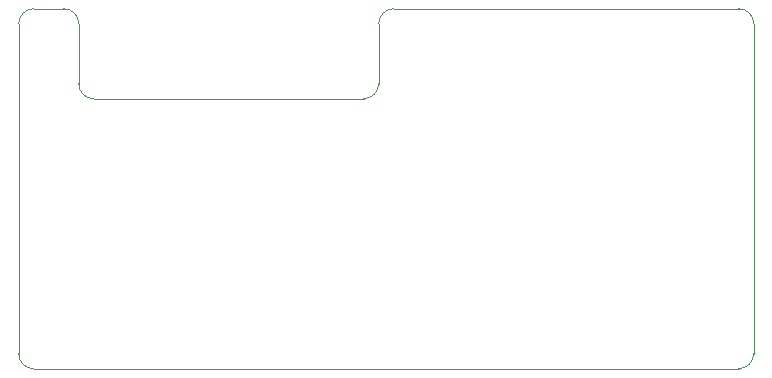
<source format=gbr>
%TF.GenerationSoftware,KiCad,Pcbnew,(6.0.11)*%
%TF.CreationDate,2023-09-13T09:35:20+02:00*%
%TF.ProjectId,WLED_ESP32_Controller,574c4544-5f45-4535-9033-325f436f6e74,rev?*%
%TF.SameCoordinates,Original*%
%TF.FileFunction,Profile,NP*%
%FSLAX46Y46*%
G04 Gerber Fmt 4.6, Leading zero omitted, Abs format (unit mm)*
G04 Created by KiCad (PCBNEW (6.0.11)) date 2023-09-13 09:35:20*
%MOMM*%
%LPD*%
G01*
G04 APERTURE LIST*
%TA.AperFunction,Profile*%
%ADD10C,0.050000*%
%TD*%
G04 APERTURE END LIST*
D10*
X147320000Y-123190000D02*
X148590000Y-123190000D01*
X149860000Y-93980000D02*
X149860000Y-121920000D01*
X118110000Y-99060000D02*
X118110000Y-93980000D01*
X87630000Y-95250000D02*
X87630000Y-101600000D01*
X92710000Y-95250000D02*
X92710000Y-99060000D01*
X88900000Y-92710000D02*
X91440000Y-92710000D01*
X93980000Y-100330000D02*
X116840000Y-100330000D01*
X119380000Y-92710000D02*
X148590000Y-92710000D01*
X87630000Y-101600000D02*
X87630000Y-121920000D01*
X87630000Y-93980000D02*
X87630000Y-95250000D01*
X92710000Y-95250000D02*
X92710000Y-93980000D01*
X116840000Y-100330000D02*
G75*
G03*
X118110000Y-99060000I0J1270000D01*
G01*
X92710000Y-93980000D02*
G75*
G03*
X91440000Y-92710000I-1270000J0D01*
G01*
X88900000Y-123190000D02*
X147320000Y-123190000D01*
X92710000Y-99060000D02*
G75*
G03*
X93980000Y-100330000I1270000J0D01*
G01*
X88900000Y-92710000D02*
G75*
G03*
X87630000Y-93980000I0J-1270000D01*
G01*
X149860000Y-93980000D02*
G75*
G03*
X148590000Y-92710000I-1270000J0D01*
G01*
X87630000Y-121920000D02*
G75*
G03*
X88900000Y-123190000I1270000J0D01*
G01*
X148590000Y-123190000D02*
G75*
G03*
X149860000Y-121920000I0J1270000D01*
G01*
X119380000Y-92710000D02*
G75*
G03*
X118110000Y-93980000I0J-1270000D01*
G01*
M02*

</source>
